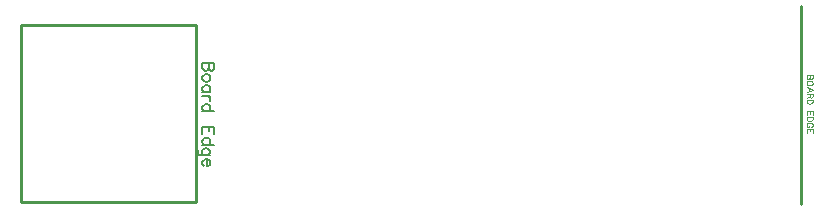
<source format=gbr>
G04 DipTrace 3.0.0.2*
G04 TopAssy.gbr*
%MOMM*%
G04 #@! TF.FileFunction,Drawing,Top*
G04 #@! TF.Part,Single*
%ADD10C,0.25*%
%ADD96C,0.07843*%
%ADD97C,0.15686*%
%FSLAX35Y35*%
G04*
G71*
G90*
G75*
G01*
G04 TopAssy*
%LPD*%
X5131992Y1801000D2*
D10*
Y129000D1*
X-1470000Y140000D2*
X9972D1*
X-1470000Y1640000D2*
X9972D1*
Y140000D2*
Y1640000D1*
X-1470000Y140000D2*
Y1640000D1*
X5229270Y1217563D2*
D96*
X5178226D1*
Y1195663D1*
X5180697Y1188363D1*
X5183111Y1185948D1*
X5187941Y1183534D1*
X5195241D1*
X5200126Y1185948D1*
X5202541Y1188363D1*
X5204955Y1195663D1*
X5207426Y1188363D1*
X5209841Y1185948D1*
X5214670Y1183534D1*
X5219555D1*
X5224384Y1185948D1*
X5226855Y1188363D1*
X5229270Y1195663D1*
Y1217563D1*
X5204955D2*
Y1195663D1*
X5229270Y1153248D2*
X5226855Y1158133D1*
X5221970Y1162962D1*
X5217141Y1165433D1*
X5209841Y1167848D1*
X5197655D1*
X5190411Y1165433D1*
X5185526Y1162962D1*
X5180697Y1158133D1*
X5178226Y1153248D1*
Y1143533D1*
X5180697Y1138704D1*
X5185526Y1133818D1*
X5190411Y1131404D1*
X5197655Y1128989D1*
X5209841D1*
X5217141Y1131404D1*
X5221970Y1133818D1*
X5226855Y1138704D1*
X5229270Y1143533D1*
Y1153248D1*
X5178226Y1074388D2*
X5229270Y1093874D1*
X5178226Y1113303D1*
X5195241Y1106003D2*
Y1081688D1*
X5204955Y1058702D2*
Y1036858D1*
X5207426Y1029558D1*
X5209841Y1027087D1*
X5214670Y1024673D1*
X5219555D1*
X5224384Y1027087D1*
X5226855Y1029558D1*
X5229270Y1036858D1*
Y1058702D1*
X5178226D1*
X5204955Y1041687D2*
X5178226Y1024673D1*
X5229270Y1008987D2*
X5178226D1*
Y991972D1*
X5180697Y984672D1*
X5185526Y979787D1*
X5190411Y977372D1*
X5197655Y974957D1*
X5209841D1*
X5217141Y977372D1*
X5221970Y979787D1*
X5226855Y984672D1*
X5229270Y991972D1*
Y1008987D1*
Y878334D2*
Y909892D1*
X5178226Y909893D1*
Y878334D1*
X5204955Y909893D2*
Y890463D1*
X5229270Y862648D2*
X5178226D1*
Y845633D1*
X5180697Y838333D1*
X5185526Y833448D1*
X5190411Y831033D1*
X5197655Y828619D1*
X5209841D1*
X5217141Y831033D1*
X5221970Y833448D1*
X5226855Y838333D1*
X5229270Y845633D1*
Y862648D1*
X5217141Y776488D2*
X5221970Y778903D1*
X5226855Y783788D1*
X5229270Y788618D1*
Y798332D1*
X5226855Y803218D1*
X5221970Y808047D1*
X5217141Y810518D1*
X5209841Y812932D1*
X5197655D1*
X5190411Y810518D1*
X5185526Y808047D1*
X5180697Y803218D1*
X5178226Y798332D1*
Y788618D1*
X5180697Y783788D1*
X5185526Y778903D1*
X5190411Y776488D1*
X5197655D1*
Y788618D1*
X5229270Y729244D2*
Y760802D1*
X5178226D1*
Y729244D1*
X5204955Y760802D2*
Y741373D1*
X165464Y1322257D2*
D97*
X63376D1*
Y1278457D1*
X68318Y1263857D1*
X73147Y1259028D1*
X82805Y1254198D1*
X97405D1*
X107176Y1259027D1*
X112005Y1263857D1*
X116835Y1278457D1*
X121776Y1263857D1*
X126605Y1259027D1*
X136264Y1254198D1*
X146035D1*
X155693Y1259027D1*
X160635Y1263857D1*
X165464Y1278457D1*
Y1322257D1*
X116835D2*
Y1278457D1*
X131435Y1198567D2*
X126605Y1208226D1*
X116835Y1217996D1*
X102235Y1222826D1*
X92576D1*
X77976Y1217997D1*
X68318Y1208226D1*
X63376Y1198567D1*
Y1183967D1*
X68318Y1174197D1*
X77976Y1164538D1*
X92576Y1159597D1*
X102235D1*
X116835Y1164538D1*
X126605Y1174197D1*
X131435Y1183967D1*
Y1198567D1*
Y1069936D2*
X63376D1*
X116835D2*
X126605Y1079595D1*
X131435Y1089366D1*
Y1103853D1*
X126605Y1113624D1*
X116835Y1123282D1*
X102235Y1128224D1*
X92576D1*
X77976Y1123283D1*
X68318Y1113624D1*
X63376Y1103853D1*
Y1089366D1*
X68318Y1079595D1*
X77976Y1069936D1*
X131435Y1038564D2*
X63376D1*
X102235D2*
X116835Y1033622D1*
X126605Y1023964D1*
X131435Y1014193D1*
Y999593D1*
X165464Y909933D2*
X63376D1*
X116835D2*
X126605Y919591D1*
X131435Y929362D1*
Y943962D1*
X126605Y953620D1*
X116835Y963391D1*
X102235Y968220D1*
X92576Y968221D1*
X77976Y963391D1*
X68318Y953621D1*
X63376Y943962D1*
Y929362D1*
X68318Y919591D1*
X77976Y909933D1*
X165464Y716686D2*
Y779803D1*
X63376D1*
Y716686D1*
X116835Y779803D2*
Y740945D1*
X165464Y627026D2*
X63376D1*
X116835D2*
X126605Y636684D1*
X131435Y646455D1*
Y661055D1*
X126605Y670714D1*
X116835Y680484D1*
X102235Y685314D1*
X92576D1*
X77976Y680484D1*
X68318Y670714D1*
X63376Y661055D1*
Y646455D1*
X68318Y636684D1*
X77976Y627026D1*
X126605Y537366D2*
X48776D1*
X34289Y542195D1*
X29347Y547024D1*
X24518Y556795D1*
Y571395D1*
X29347Y581053D1*
X112005Y537366D2*
X121664Y547024D1*
X126605Y556795D1*
Y571395D1*
X121664Y581053D1*
X112005Y590824D1*
X97405Y595653D1*
X87635D1*
X73147Y590824D1*
X63376Y581053D1*
X58547Y571395D1*
Y556795D1*
X63376Y547024D1*
X73147Y537366D1*
X102235Y505993D2*
Y447705D1*
X112005D1*
X121776Y452535D1*
X126605Y457364D1*
X131435Y467135D1*
Y481735D1*
X126605Y491393D1*
X116835Y501164D1*
X102235Y505993D1*
X92576D1*
X77976Y501164D1*
X68318Y491393D1*
X63376Y481735D1*
Y467135D1*
X68318Y457364D1*
X77976Y447705D1*
M02*

</source>
